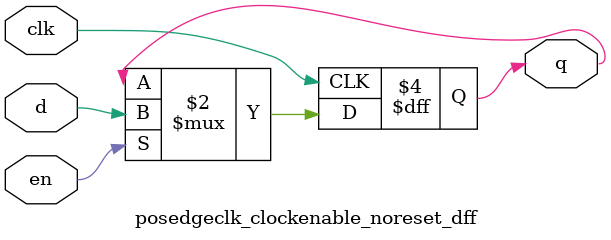
<source format=v>
module posedgeclk_clockenable_noreset_dff (
  input clk,      // System clock
  input en,       // System enable
  input  d,       // input
  output reg q);  // output

always @(posedge clk)
  begin
    if (en)
     q <= d;
  end
endmodule

</source>
